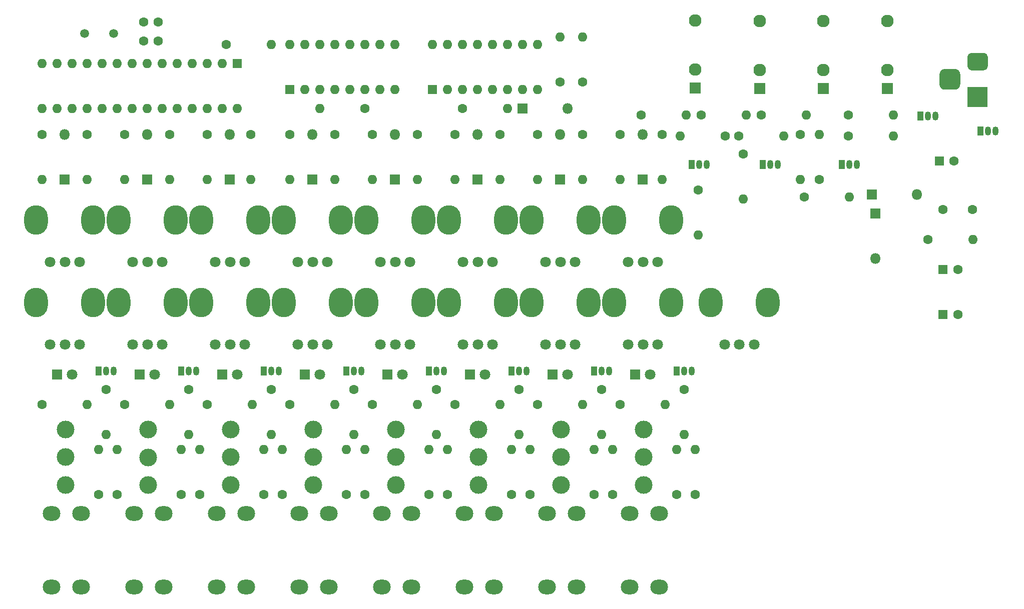
<source format=gbr>
%TF.GenerationSoftware,KiCad,Pcbnew,5.1.10-1.fc34*%
%TF.CreationDate,2021-07-16T04:01:23+02:00*%
%TF.ProjectId,sequencer8,73657175-656e-4636-9572-382e6b696361,rev?*%
%TF.SameCoordinates,Original*%
%TF.FileFunction,Soldermask,Bot*%
%TF.FilePolarity,Negative*%
%FSLAX46Y46*%
G04 Gerber Fmt 4.6, Leading zero omitted, Abs format (unit mm)*
G04 Created by KiCad (PCBNEW 5.1.10-1.fc34) date 2021-07-16 04:01:23*
%MOMM*%
%LPD*%
G01*
G04 APERTURE LIST*
%ADD10C,1.600000*%
%ADD11O,4.000000X5.000000*%
%ADD12C,1.800000*%
%ADD13R,1.600000X1.600000*%
%ADD14O,1.600000X1.600000*%
%ADD15R,1.050000X1.500000*%
%ADD16O,1.050000X1.500000*%
%ADD17R,1.800000X1.800000*%
%ADD18O,1.800000X1.800000*%
%ADD19C,1.500000*%
%ADD20R,3.500000X3.500000*%
%ADD21C,2.997200*%
%ADD22C,2.130000*%
%ADD23R,1.930000X1.830000*%
%ADD24O,3.000000X2.500000*%
G04 APERTURE END LIST*
D10*
%TO.C,C2*%
X247650000Y-46990000D03*
X252650000Y-46990000D03*
%TD*%
D11*
%TO.C,RV1*%
X217983000Y-62738000D03*
D12*
X215697000Y-69850000D03*
X213197000Y-69850000D03*
X210697000Y-69850000D03*
D11*
X208331000Y-62738000D03*
%TD*%
D10*
%TO.C,C3*%
X250150000Y-64770000D03*
D13*
X247650000Y-64770000D03*
%TD*%
%TO.C,C4*%
X247650000Y-57150000D03*
D10*
X250150000Y-57150000D03*
%TD*%
%TO.C,R60*%
X213868000Y-37592000D03*
D14*
X213868000Y-45212000D03*
%TD*%
D10*
%TO.C,R43*%
X231648000Y-30988000D03*
D14*
X239268000Y-30988000D03*
%TD*%
%TO.C,R41*%
X231775000Y-44831000D03*
D10*
X224155000Y-44831000D03*
%TD*%
D15*
%TO.C,Q9*%
X230505000Y-39370000D03*
D16*
X233045000Y-39370000D03*
X231775000Y-39370000D03*
%TD*%
D10*
%TO.C,R1*%
X245110000Y-52070000D03*
D14*
X252730000Y-52070000D03*
%TD*%
%TO.C,R38*%
X239268000Y-34544000D03*
D10*
X231648000Y-34544000D03*
%TD*%
D14*
%TO.C,R64*%
X206248000Y-51308000D03*
D10*
X206248000Y-43688000D03*
%TD*%
D13*
%TO.C,C1*%
X247015000Y-38735000D03*
D10*
X249515000Y-38735000D03*
%TD*%
D16*
%TO.C,U1*%
X245110000Y-31115000D03*
X246380000Y-31115000D03*
D15*
X243840000Y-31115000D03*
%TD*%
D16*
%TO.C,Q11*%
X218440000Y-39370000D03*
X219710000Y-39370000D03*
D15*
X217170000Y-39370000D03*
%TD*%
D14*
%TO.C,R40*%
X226695000Y-34290000D03*
D10*
X226695000Y-41910000D03*
%TD*%
D14*
%TO.C,R62*%
X220726000Y-34544000D03*
D10*
X213106000Y-34544000D03*
%TD*%
D17*
%TO.C,D1*%
X235585000Y-44450000D03*
D18*
X243205000Y-44450000D03*
%TD*%
D14*
%TO.C,R63*%
X214376000Y-30988000D03*
D10*
X206756000Y-30988000D03*
%TD*%
D15*
%TO.C,U2*%
X254000000Y-33655000D03*
D16*
X256540000Y-33655000D03*
X255270000Y-33655000D03*
%TD*%
D10*
%TO.C,R65*%
X216916000Y-30988000D03*
D14*
X224536000Y-30988000D03*
%TD*%
%TO.C,R61*%
X203200000Y-34544000D03*
D10*
X210820000Y-34544000D03*
%TD*%
%TO.C,R42*%
X223520000Y-34290000D03*
D14*
X223520000Y-41910000D03*
%TD*%
D18*
%TO.C,D2*%
X236220000Y-55245000D03*
D17*
X236220000Y-47625000D03*
%TD*%
%TO.C,D4*%
X97790000Y-74930000D03*
D12*
X100330000Y-74930000D03*
%TD*%
%TO.C,D6*%
X114300000Y-74930000D03*
D17*
X111760000Y-74930000D03*
%TD*%
%TO.C,D8*%
X125730000Y-74930000D03*
D12*
X128270000Y-74930000D03*
%TD*%
%TO.C,D10*%
X142240000Y-74930000D03*
D17*
X139700000Y-74930000D03*
%TD*%
D12*
%TO.C,D12*%
X156210000Y-74930000D03*
D17*
X153670000Y-74930000D03*
%TD*%
%TO.C,D14*%
X167640000Y-74930000D03*
D12*
X170180000Y-74930000D03*
%TD*%
D17*
%TO.C,D16*%
X181610000Y-74930000D03*
D12*
X184150000Y-74930000D03*
%TD*%
%TO.C,D18*%
X198120000Y-74930000D03*
D17*
X195580000Y-74930000D03*
%TD*%
D16*
%TO.C,Q1*%
X106045000Y-74295000D03*
X107315000Y-74295000D03*
D15*
X104775000Y-74295000D03*
%TD*%
D16*
%TO.C,Q2*%
X120015000Y-74295000D03*
X121285000Y-74295000D03*
D15*
X118745000Y-74295000D03*
%TD*%
D16*
%TO.C,Q3*%
X133985000Y-74295000D03*
X135255000Y-74295000D03*
D15*
X132715000Y-74295000D03*
%TD*%
%TO.C,Q4*%
X146685000Y-74295000D03*
D16*
X149225000Y-74295000D03*
X147955000Y-74295000D03*
%TD*%
D15*
%TO.C,Q5*%
X160655000Y-74295000D03*
D16*
X163195000Y-74295000D03*
X161925000Y-74295000D03*
%TD*%
%TO.C,Q6*%
X175895000Y-74295000D03*
X177165000Y-74295000D03*
D15*
X174625000Y-74295000D03*
%TD*%
%TO.C,Q7*%
X188595000Y-74295000D03*
D16*
X191135000Y-74295000D03*
X189865000Y-74295000D03*
%TD*%
%TO.C,Q8*%
X203835000Y-74295000D03*
X205105000Y-74295000D03*
D15*
X202565000Y-74295000D03*
%TD*%
%TO.C,Q10*%
X205105000Y-39370000D03*
D16*
X207645000Y-39370000D03*
X206375000Y-39370000D03*
%TD*%
D14*
%TO.C,R2*%
X133985000Y-19050000D03*
D10*
X126365000Y-19050000D03*
%TD*%
%TO.C,R3*%
X182880000Y-25400000D03*
D14*
X182880000Y-17780000D03*
%TD*%
%TO.C,R4*%
X173990000Y-29845000D03*
D10*
X166370000Y-29845000D03*
%TD*%
%TO.C,R5*%
X106045000Y-77470000D03*
D14*
X106045000Y-85090000D03*
%TD*%
D10*
%TO.C,R6*%
X95250000Y-80010000D03*
D14*
X102870000Y-80010000D03*
%TD*%
D10*
%TO.C,R7*%
X95250000Y-34290000D03*
D14*
X95250000Y-41910000D03*
%TD*%
%TO.C,R8*%
X120015000Y-85090000D03*
D10*
X120015000Y-77470000D03*
%TD*%
%TO.C,R9*%
X102870000Y-34290000D03*
D14*
X102870000Y-41910000D03*
%TD*%
D10*
%TO.C,R10*%
X109220000Y-80010000D03*
D14*
X116840000Y-80010000D03*
%TD*%
D10*
%TO.C,R11*%
X186690000Y-25400000D03*
D14*
X186690000Y-17780000D03*
%TD*%
D10*
%TO.C,R12*%
X109220000Y-34290000D03*
D14*
X109220000Y-41910000D03*
%TD*%
%TO.C,R13*%
X133985000Y-85090000D03*
D10*
X133985000Y-77470000D03*
%TD*%
D14*
%TO.C,R14*%
X116840000Y-41910000D03*
D10*
X116840000Y-34290000D03*
%TD*%
D14*
%TO.C,R15*%
X130810000Y-80010000D03*
D10*
X123190000Y-80010000D03*
%TD*%
D14*
%TO.C,R16*%
X142240000Y-29845000D03*
D10*
X149860000Y-29845000D03*
%TD*%
D14*
%TO.C,R17*%
X123190000Y-41910000D03*
D10*
X123190000Y-34290000D03*
%TD*%
D14*
%TO.C,R18*%
X147955000Y-85090000D03*
D10*
X147955000Y-77470000D03*
%TD*%
%TO.C,R19*%
X130555000Y-34290000D03*
D14*
X130555000Y-41910000D03*
%TD*%
%TO.C,R20*%
X144780000Y-80010000D03*
D10*
X137160000Y-80010000D03*
%TD*%
%TO.C,R21*%
X137160000Y-34290000D03*
D14*
X137160000Y-41910000D03*
%TD*%
%TO.C,R22*%
X161925000Y-85090000D03*
D10*
X161925000Y-77470000D03*
%TD*%
%TO.C,R23*%
X144780000Y-34290000D03*
D14*
X144780000Y-41910000D03*
%TD*%
D10*
%TO.C,R24*%
X151130000Y-80010000D03*
D14*
X158750000Y-80010000D03*
%TD*%
D10*
%TO.C,R25*%
X151130000Y-34290000D03*
D14*
X151130000Y-41910000D03*
%TD*%
D10*
%TO.C,R26*%
X175895000Y-77470000D03*
D14*
X175895000Y-85090000D03*
%TD*%
%TO.C,R27*%
X158750000Y-41910000D03*
D10*
X158750000Y-34290000D03*
%TD*%
D14*
%TO.C,R28*%
X172720000Y-80010000D03*
D10*
X165100000Y-80010000D03*
%TD*%
%TO.C,R29*%
X165100000Y-34290000D03*
D14*
X165100000Y-41910000D03*
%TD*%
%TO.C,R30*%
X189865000Y-85090000D03*
D10*
X189865000Y-77470000D03*
%TD*%
%TO.C,R31*%
X172720000Y-34290000D03*
D14*
X172720000Y-41910000D03*
%TD*%
D10*
%TO.C,R32*%
X179070000Y-80010000D03*
D14*
X186690000Y-80010000D03*
%TD*%
D10*
%TO.C,R33*%
X179070000Y-34290000D03*
D14*
X179070000Y-41910000D03*
%TD*%
D10*
%TO.C,R34*%
X203835000Y-77470000D03*
D14*
X203835000Y-85090000D03*
%TD*%
%TO.C,R35*%
X186690000Y-41910000D03*
D10*
X186690000Y-34290000D03*
%TD*%
D14*
%TO.C,R36*%
X200660000Y-80010000D03*
D10*
X193040000Y-80010000D03*
%TD*%
D14*
%TO.C,R37*%
X193040000Y-41910000D03*
D10*
X193040000Y-34290000D03*
%TD*%
%TO.C,R39*%
X200152000Y-34290000D03*
D14*
X200152000Y-41910000D03*
%TD*%
D10*
%TO.C,R44*%
X104775000Y-95250000D03*
D14*
X104775000Y-87630000D03*
%TD*%
%TO.C,R45*%
X107950000Y-87630000D03*
D10*
X107950000Y-95250000D03*
%TD*%
D14*
%TO.C,R46*%
X118745000Y-87630000D03*
D10*
X118745000Y-95250000D03*
%TD*%
%TO.C,R47*%
X121920000Y-95250000D03*
D14*
X121920000Y-87630000D03*
%TD*%
D10*
%TO.C,R48*%
X132715000Y-95250000D03*
D14*
X132715000Y-87630000D03*
%TD*%
D10*
%TO.C,R49*%
X135890000Y-95250000D03*
D14*
X135890000Y-87630000D03*
%TD*%
%TO.C,R50*%
X146685000Y-87630000D03*
D10*
X146685000Y-95250000D03*
%TD*%
%TO.C,R51*%
X149860000Y-95250000D03*
D14*
X149860000Y-87630000D03*
%TD*%
D10*
%TO.C,R52*%
X160655000Y-95250000D03*
D14*
X160655000Y-87630000D03*
%TD*%
%TO.C,R53*%
X163830000Y-87630000D03*
D10*
X163830000Y-95250000D03*
%TD*%
%TO.C,R54*%
X174625000Y-95250000D03*
D14*
X174625000Y-87630000D03*
%TD*%
%TO.C,R55*%
X177800000Y-87630000D03*
D10*
X177800000Y-95250000D03*
%TD*%
D14*
%TO.C,R56*%
X188595000Y-87630000D03*
D10*
X188595000Y-95250000D03*
%TD*%
%TO.C,R57*%
X191770000Y-95250000D03*
D14*
X191770000Y-87630000D03*
%TD*%
%TO.C,R58*%
X202565000Y-87630000D03*
D10*
X202565000Y-95250000D03*
%TD*%
D14*
%TO.C,R59*%
X205740000Y-87630000D03*
D10*
X205740000Y-95250000D03*
%TD*%
D13*
%TO.C,U3*%
X128270000Y-22225000D03*
D14*
X95250000Y-29845000D03*
X125730000Y-22225000D03*
X97790000Y-29845000D03*
X123190000Y-22225000D03*
X100330000Y-29845000D03*
X120650000Y-22225000D03*
X102870000Y-29845000D03*
X118110000Y-22225000D03*
X105410000Y-29845000D03*
X115570000Y-22225000D03*
X107950000Y-29845000D03*
X113030000Y-22225000D03*
X110490000Y-29845000D03*
X110490000Y-22225000D03*
X113030000Y-29845000D03*
X107950000Y-22225000D03*
X115570000Y-29845000D03*
X105410000Y-22225000D03*
X118110000Y-29845000D03*
X102870000Y-22225000D03*
X120650000Y-29845000D03*
X100330000Y-22225000D03*
X123190000Y-29845000D03*
X97790000Y-22225000D03*
X125730000Y-29845000D03*
X95250000Y-22225000D03*
X128270000Y-29845000D03*
%TD*%
D19*
%TO.C,Y1*%
X107315000Y-17145000D03*
X102435000Y-17145000D03*
%TD*%
D18*
%TO.C,D3*%
X184150000Y-29845000D03*
D17*
X176530000Y-29845000D03*
%TD*%
%TO.C,D5*%
X99060000Y-41910000D03*
D18*
X99060000Y-34290000D03*
%TD*%
D17*
%TO.C,D7*%
X113030000Y-41910000D03*
D18*
X113030000Y-34290000D03*
%TD*%
%TO.C,D9*%
X127000000Y-34290000D03*
D17*
X127000000Y-41910000D03*
%TD*%
%TO.C,D11*%
X140970000Y-41910000D03*
D18*
X140970000Y-34290000D03*
%TD*%
%TO.C,D13*%
X154940000Y-34290000D03*
D17*
X154940000Y-41910000D03*
%TD*%
%TO.C,D15*%
X168910000Y-41910000D03*
D18*
X168910000Y-34290000D03*
%TD*%
%TO.C,D17*%
X182880000Y-34290000D03*
D17*
X182880000Y-41910000D03*
%TD*%
%TO.C,D19*%
X196850000Y-41910000D03*
D18*
X196850000Y-34290000D03*
%TD*%
D10*
%TO.C,C5*%
X112395000Y-15240000D03*
X114895000Y-15240000D03*
%TD*%
%TO.C,C6*%
X114895000Y-18415000D03*
X112395000Y-18415000D03*
%TD*%
D13*
%TO.C,U4*%
X161290000Y-26670000D03*
D14*
X179070000Y-19050000D03*
X163830000Y-26670000D03*
X176530000Y-19050000D03*
X166370000Y-26670000D03*
X173990000Y-19050000D03*
X168910000Y-26670000D03*
X171450000Y-19050000D03*
X171450000Y-26670000D03*
X168910000Y-19050000D03*
X173990000Y-26670000D03*
X166370000Y-19050000D03*
X176530000Y-26670000D03*
X163830000Y-19050000D03*
X179070000Y-26670000D03*
X161290000Y-19050000D03*
%TD*%
%TO.C,U5*%
X137160000Y-19050000D03*
X154940000Y-26670000D03*
X139700000Y-19050000D03*
X152400000Y-26670000D03*
X142240000Y-19050000D03*
X149860000Y-26670000D03*
X144780000Y-19050000D03*
X147320000Y-26670000D03*
X147320000Y-19050000D03*
X144780000Y-26670000D03*
X149860000Y-19050000D03*
X142240000Y-26670000D03*
X152400000Y-19050000D03*
X139700000Y-26670000D03*
X154940000Y-19050000D03*
D13*
X137160000Y-26670000D03*
%TD*%
D11*
%TO.C,RV2*%
X94234000Y-62738000D03*
D12*
X96600000Y-69850000D03*
X99100000Y-69850000D03*
X101600000Y-69850000D03*
D11*
X103886000Y-62738000D03*
%TD*%
%TO.C,RV3*%
X103886000Y-48768000D03*
D12*
X101600000Y-55880000D03*
X99100000Y-55880000D03*
X96600000Y-55880000D03*
D11*
X94234000Y-48768000D03*
%TD*%
%TO.C,RV4*%
X117856000Y-62738000D03*
D12*
X115570000Y-69850000D03*
X113070000Y-69850000D03*
X110570000Y-69850000D03*
D11*
X108204000Y-62738000D03*
%TD*%
%TO.C,RV5*%
X108204000Y-48768000D03*
D12*
X110570000Y-55880000D03*
X113070000Y-55880000D03*
X115570000Y-55880000D03*
D11*
X117856000Y-48768000D03*
%TD*%
%TO.C,RV6*%
X131826000Y-62738000D03*
D12*
X129540000Y-69850000D03*
X127040000Y-69850000D03*
X124540000Y-69850000D03*
D11*
X122174000Y-62738000D03*
%TD*%
%TO.C,RV7*%
X122174000Y-48768000D03*
D12*
X124540000Y-55880000D03*
X127040000Y-55880000D03*
X129540000Y-55880000D03*
D11*
X131826000Y-48768000D03*
%TD*%
%TO.C,RV8*%
X145796000Y-62738000D03*
D12*
X143510000Y-69850000D03*
X141010000Y-69850000D03*
X138510000Y-69850000D03*
D11*
X136144000Y-62738000D03*
%TD*%
%TO.C,RV9*%
X136144000Y-48768000D03*
D12*
X138510000Y-55880000D03*
X141010000Y-55880000D03*
X143510000Y-55880000D03*
D11*
X145796000Y-48768000D03*
%TD*%
%TO.C,RV10*%
X159766000Y-62738000D03*
D12*
X157480000Y-69850000D03*
X154980000Y-69850000D03*
X152480000Y-69850000D03*
D11*
X150114000Y-62738000D03*
%TD*%
%TO.C,RV11*%
X150114000Y-48768000D03*
D12*
X152480000Y-55880000D03*
X154980000Y-55880000D03*
X157480000Y-55880000D03*
D11*
X159766000Y-48768000D03*
%TD*%
%TO.C,RV12*%
X164084000Y-62738000D03*
D12*
X166450000Y-69850000D03*
X168950000Y-69850000D03*
X171450000Y-69850000D03*
D11*
X173736000Y-62738000D03*
%TD*%
%TO.C,RV13*%
X164084000Y-48768000D03*
D12*
X166450000Y-55880000D03*
X168950000Y-55880000D03*
X171450000Y-55880000D03*
D11*
X173736000Y-48768000D03*
%TD*%
%TO.C,RV14*%
X178054000Y-62738000D03*
D12*
X180420000Y-69850000D03*
X182920000Y-69850000D03*
X185420000Y-69850000D03*
D11*
X187706000Y-62738000D03*
%TD*%
%TO.C,RV15*%
X187706000Y-48768000D03*
D12*
X185420000Y-55880000D03*
X182920000Y-55880000D03*
X180420000Y-55880000D03*
D11*
X178054000Y-48768000D03*
%TD*%
%TO.C,RV16*%
X192024000Y-62738000D03*
D12*
X194390000Y-69850000D03*
X196890000Y-69850000D03*
X199390000Y-69850000D03*
D11*
X201676000Y-62738000D03*
%TD*%
%TO.C,RV17*%
X201676000Y-48768000D03*
D12*
X199390000Y-55880000D03*
X196890000Y-55880000D03*
X194390000Y-55880000D03*
D11*
X192024000Y-48768000D03*
%TD*%
%TO.C,J1*%
G36*
G01*
X247917000Y-23190000D02*
X249667000Y-23190000D01*
G75*
G02*
X250542000Y-24065000I0J-875000D01*
G01*
X250542000Y-25815000D01*
G75*
G02*
X249667000Y-26690000I-875000J0D01*
G01*
X247917000Y-26690000D01*
G75*
G02*
X247042000Y-25815000I0J875000D01*
G01*
X247042000Y-24065000D01*
G75*
G02*
X247917000Y-23190000I875000J0D01*
G01*
G37*
G36*
G01*
X252492000Y-20440000D02*
X254492000Y-20440000D01*
G75*
G02*
X255242000Y-21190000I0J-750000D01*
G01*
X255242000Y-22690000D01*
G75*
G02*
X254492000Y-23440000I-750000J0D01*
G01*
X252492000Y-23440000D01*
G75*
G02*
X251742000Y-22690000I0J750000D01*
G01*
X251742000Y-21190000D01*
G75*
G02*
X252492000Y-20440000I750000J0D01*
G01*
G37*
D20*
X253492000Y-27940000D03*
%TD*%
D21*
%TO.C,SW8*%
X99187000Y-93599000D03*
X99187000Y-88900000D03*
X99187000Y-84201000D03*
%TD*%
%TO.C,SW9*%
X113157000Y-84241000D03*
X113157000Y-88940000D03*
X113157000Y-93639000D03*
%TD*%
%TO.C,SW10*%
X127127000Y-93599000D03*
X127127000Y-88900000D03*
X127127000Y-84201000D03*
%TD*%
%TO.C,SW11*%
X141097000Y-84201000D03*
X141097000Y-88900000D03*
X141097000Y-93599000D03*
%TD*%
%TO.C,SW12*%
X155067000Y-84201000D03*
X155067000Y-88900000D03*
X155067000Y-93599000D03*
%TD*%
%TO.C,SW13*%
X169037000Y-93599000D03*
X169037000Y-88900000D03*
X169037000Y-84201000D03*
%TD*%
%TO.C,SW14*%
X183007000Y-84201000D03*
X183007000Y-88900000D03*
X183007000Y-93599000D03*
%TD*%
%TO.C,SW15*%
X196977000Y-93599000D03*
X196977000Y-88900000D03*
X196977000Y-84201000D03*
%TD*%
D22*
%TO.C,J2*%
X238252000Y-15092200D03*
D23*
X238252000Y-26492200D03*
D22*
X238252000Y-23392200D03*
%TD*%
%TO.C,J3*%
X227406000Y-15092200D03*
D23*
X227406000Y-26492200D03*
D22*
X227406000Y-23392200D03*
%TD*%
%TO.C,J4*%
X205740000Y-23316000D03*
D23*
X205740000Y-26416000D03*
D22*
X205740000Y-15016000D03*
%TD*%
%TO.C,J5*%
X216611000Y-23392200D03*
D23*
X216611000Y-26492200D03*
D22*
X216611000Y-15092200D03*
%TD*%
D10*
%TO.C,R66*%
X196596000Y-30988000D03*
D14*
X204216000Y-30988000D03*
%TD*%
D24*
%TO.C,SW1*%
X96803000Y-98425000D03*
X101803000Y-98425000D03*
X96803000Y-110925000D03*
X101803000Y-110925000D03*
%TD*%
%TO.C,SW2*%
X115773000Y-110925000D03*
X110773000Y-110925000D03*
X115773000Y-98425000D03*
X110773000Y-98425000D03*
%TD*%
%TO.C,SW3*%
X124743000Y-98425000D03*
X129743000Y-98425000D03*
X124743000Y-110925000D03*
X129743000Y-110925000D03*
%TD*%
%TO.C,SW4*%
X143713000Y-110925000D03*
X138713000Y-110925000D03*
X143713000Y-98425000D03*
X138713000Y-98425000D03*
%TD*%
%TO.C,SW5*%
X152683000Y-98425000D03*
X157683000Y-98425000D03*
X152683000Y-110925000D03*
X157683000Y-110925000D03*
%TD*%
%TO.C,SW6*%
X171653000Y-110925000D03*
X166653000Y-110925000D03*
X171653000Y-98425000D03*
X166653000Y-98425000D03*
%TD*%
%TO.C,SW7*%
X180623000Y-98425000D03*
X185623000Y-98425000D03*
X180623000Y-110925000D03*
X185623000Y-110925000D03*
%TD*%
%TO.C,SW16*%
X199593000Y-110925000D03*
X194593000Y-110925000D03*
X199593000Y-98425000D03*
X194593000Y-98425000D03*
%TD*%
M02*

</source>
